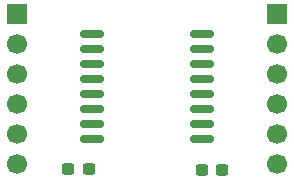
<source format=gbr>
%TF.GenerationSoftware,KiCad,Pcbnew,9.0.6-9.0.6~ubuntu22.04.1*%
%TF.CreationDate,2026-02-12T12:00:21+09:00*%
%TF.ProjectId,usb_typec_serial_insulation_adum1412,7573625f-7479-4706-9563-5f7365726961,V1.0*%
%TF.SameCoordinates,Original*%
%TF.FileFunction,Soldermask,Top*%
%TF.FilePolarity,Negative*%
%FSLAX46Y46*%
G04 Gerber Fmt 4.6, Leading zero omitted, Abs format (unit mm)*
G04 Created by KiCad (PCBNEW 9.0.6-9.0.6~ubuntu22.04.1) date 2026-02-12 12:00:21*
%MOMM*%
%LPD*%
G01*
G04 APERTURE LIST*
G04 Aperture macros list*
%AMRoundRect*
0 Rectangle with rounded corners*
0 $1 Rounding radius*
0 $2 $3 $4 $5 $6 $7 $8 $9 X,Y pos of 4 corners*
0 Add a 4 corners polygon primitive as box body*
4,1,4,$2,$3,$4,$5,$6,$7,$8,$9,$2,$3,0*
0 Add four circle primitives for the rounded corners*
1,1,$1+$1,$2,$3*
1,1,$1+$1,$4,$5*
1,1,$1+$1,$6,$7*
1,1,$1+$1,$8,$9*
0 Add four rect primitives between the rounded corners*
20,1,$1+$1,$2,$3,$4,$5,0*
20,1,$1+$1,$4,$5,$6,$7,0*
20,1,$1+$1,$6,$7,$8,$9,0*
20,1,$1+$1,$8,$9,$2,$3,0*%
G04 Aperture macros list end*
%ADD10RoundRect,0.237500X0.300000X0.237500X-0.300000X0.237500X-0.300000X-0.237500X0.300000X-0.237500X0*%
%ADD11RoundRect,0.237500X-0.300000X-0.237500X0.300000X-0.237500X0.300000X0.237500X-0.300000X0.237500X0*%
%ADD12RoundRect,0.150000X0.875000X0.150000X-0.875000X0.150000X-0.875000X-0.150000X0.875000X-0.150000X0*%
%ADD13R,1.700000X1.700000*%
%ADD14C,1.700000*%
G04 APERTURE END LIST*
D10*
%TO.C,C2*%
X134837500Y-104000000D03*
X136562500Y-104000000D03*
%TD*%
D11*
%TO.C,C1*%
X146137500Y-104100000D03*
X147862500Y-104100000D03*
%TD*%
D12*
%TO.C,U1*%
X146150000Y-101445000D03*
X146150000Y-100175000D03*
X146150000Y-98905000D03*
X146150000Y-97635000D03*
X146150000Y-96365000D03*
X146150000Y-95095000D03*
X146150000Y-93825000D03*
X146150000Y-92555000D03*
X136850000Y-92555000D03*
X136850000Y-93825000D03*
X136850000Y-95095000D03*
X136850000Y-96365000D03*
X136850000Y-97635000D03*
X136850000Y-98905000D03*
X136850000Y-100175000D03*
X136850000Y-101445000D03*
%TD*%
D13*
%TO.C,J2*%
X130500000Y-90920000D03*
D14*
X130500000Y-93460000D03*
X130500000Y-96000000D03*
X130500000Y-98540000D03*
X130500000Y-101080000D03*
X130500000Y-103620000D03*
%TD*%
D13*
%TO.C,J1*%
X152500000Y-90920000D03*
D14*
X152500000Y-93460000D03*
X152500000Y-96000000D03*
X152500000Y-98540000D03*
X152500000Y-101080000D03*
X152500000Y-103620000D03*
%TD*%
M02*

</source>
